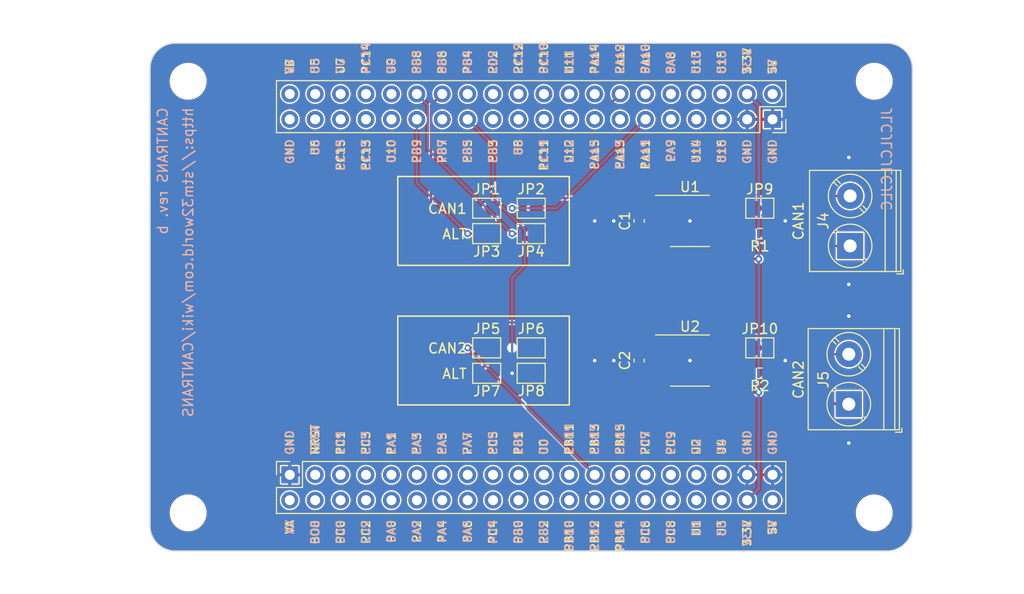
<source format=kicad_pcb>
(kicad_pcb (version 20221018) (generator pcbnew)
  (title_block (title "${TITLE}") (rev "${REVISION}") (company "${COMPANY}") (comment 1 "${URL}") (comment 2 "${AUTHOR}") (comment 3 "${AUTHOR_EMAIL}"))
  (layers (0 "F.Cu" signal) (31 "B.Cu" signal) (34 "B.Paste" user) (35 "F.Paste" user) (36 "B.SilkS" user "B.Silkscreen") (37 "F.SilkS" user "F.Silkscreen") (38 "B.Mask" user) (39 "F.Mask" user) (44 "Edge.Cuts" user))
  (property "AUTHOR" "Lars Boegild Thomsen")
  (property "AUTHOR_EMAIL" "lbthomsen@stm32world.com")
  (property "COMPANY" "STM32World")
  (property "REVISION" "b")
  (property "TITLE" "CANTRANS")
  (property "URL" "https://stm32world.com/wiki/CANTRANS")
  (net 0 "")
  (net 1 "GND")
  (net 25 "CAN2_TX")
  (net 26 "CAN2_RX")
  (net 37 "+3V3")
  (net 38 "CAN1_RX")
  (net 39 "CAN1_TX")
  (net 42 "CAN2_RX_A")
  (net 50 "CAN2_TX_A")
  (net 53 "CAN1_TX_A")
  (net 64 "CAN1_RX_A")
  (net 77 "/CAN1L")
  (net 79 "/CAN1H")
  (net 80 "/CAN2L")
  (net 81 "/CAN2H")
  (net 82 "/CAN1D")
  (net 83 "/CAN1R")
  (net 84 "/CAN2D")
  (net 85 "/CAN2R")
  (net 86 "Net-(JP9-A)")
  (net 87 "Net-(JP10-A)")
  (footprint "stm32world:STM32WORLD_BOARD" (layer "F.Cu") (at 149.86 99.06)
    (fp_text reference "J1" hide)
    (fp_text value "STM32WORLD_BOARD")
    (fp_text user "PC3" (at -16.51 15.875 90) (layer "B.SilkS") (effects (font (size 0.8 0.8)) (justify right mirror)))
    (fp_text user "U13" (at 16.51 -22.225 90) (layer "B.SilkS") (effects (font (size 0.8 0.8)) (justify right mirror)))
    (fp_text user "PB3" (at -3.81 -15.875 90) (layer "B.SilkS") (effects (font (size 0.8 0.8)) (justify left mirror)))
    (fp_text user "PC14" (at -16.51 -22.225 90) (layer "B.SilkS") (effects (font (size 0.8 0.8)) (justify right mirror)))
    (fp_text user "PC11" (at 1.27 -15.875 90) (layer "B.SilkS") (effects (font (size 0.8 0.8)) (justify left mirror)))
    (fp_text user "PB7" (at -8.89 -15.875 90) (layer "B.SilkS") (effects (font (size 0.8 0.8)) (justify left mirror)))
    (fp_text user "5V" (at 24.13 -22.225 90) (layer "B.SilkS") (effects (font (size 0.8 0.8)) (justify right mirror)))
    (fp_text user "U14" (at 16.51 -15.875 90) (layer "B.SilkS") (effects (font (size 0.8 0.8)) (justify left mirror)))
    (fp_text user "5V" (at 24.13 22.225 90) (layer "B.SilkS") (effects (font (size 0.8 0.8)) (justify left mirror)))
    (fp_text user "JLCJLCJLCJLC" (at 35.56 -19.05 90 unlocked) (layer "B.SilkS") (effects (justify left mirror)))
    (fp_text user "U16" (at 19.05 -15.875 90) (layer "B.SilkS") (effects (font (size 0.8 0.8)) (justify left mirror)))
    (fp_text user "PA12" (at 8.89 -22.225 90) (layer "B.SilkS") (effects (font (size 0.8 0.8)) (justify right mirror)))
    (fp_text user "PB12" (at 6.35 22.225 90) (layer "B.SilkS") (effects (font (size 0.8 0.8)) (justify left mirror)))
    (fp_text user "GND" (at 24.13 15.875 90) (layer "B.SilkS") (effects (font (size 0.8 0.8)) (justify right mirror)))
    (fp_text user "U6" (at -21.59 -15.875 90) (layer "B.SilkS") (effects (font (size 0.8 0.8)) (justify left mirror)))
    (fp_text user "PC5" (at -3.81 15.875 90) (layer "B.SilkS") (effects (font (size 0.8 0.8)) (justify right mirror)))
    (fp_text user "U2" (at 16.51 15.875 90) (layer "B.SilkS") (effects (font (size 0.8 0.8)) (justify right mirror)))
    (fp_text user "PA1" (at -13.97 15.875 90) (layer "B.SilkS") (effects (font (size 0.8 0.8)) (justify right mirror)))
    (fp_text user "U4" (at 19.05 15.875 90) (layer "B.SilkS") (effects (font (size 0.8 0.8)) (justify right mirror)))
    (fp_text user "U15" (at 19.05 -22.225 90) (layer "B.SilkS") (effects (font (size 0.8 0.8)) (justify right mirror)))
    (fp_text user "PA14" (at 6.35 -22.225 90) (layer "B.SilkS") (effects (font (size 0.8 0.8)) (justify right mirror)))
    (fp_text user "PB2" (at 1.27 22.225 90) (layer "B.SilkS") (effects (font (size 0.8 0.8)) (justify left mirror)))
    (fp_text user "GND" (at 21.59 15.875 90) (layer "B.SilkS") (effects (font (size 0.8 0.8)) (justify right mirror)))
    (fp_text user "PA2" (at -11.43 22.225 90) (layer "B.SilkS") (effects (font (size 0.8 0.8)) (justify left mirror)))
    (fp_text user "PC0" (at -19.05 22.225 90) (layer "B.SilkS") (effects (font (size 0.8 0.8)) (justify left mirror)))
    (fp_text user "${TITLE} rev. ${REVISION}" (at -36.83 -19.05 90 unlocked) (layer "B.SilkS") (effects (justify left mirror)))
    (fp_text user "PB8" (at -11.43 -22.225 90) (layer "B.SilkS") (effects (font (size 0.8 0.8)) (justify right mirror)))
    (fp_text user "PB10" (at 3.81 22.225 90) (layer "B.SilkS") (effects (font (size 0.8 0.8)) (justify left mirror)))
    (fp_text user "GND" (at -24.13 15.875 90) (layer "B.SilkS") (effects (font (size 0.8 0.8)) (justify right mirror)))
    (fp_text user "NRST" (at -21.59 15.875 90) (layer "B.SilkS") (effects (font (size 0.8 0.8)) (justify right mirror)))
    (fp_text user "PA3" (at -11.43 15.875 90) (layer "B.SilkS") (effects (font (size 0.8 0.8)) (justify right mirror)))
    (fp_text user "GND" (at 24.13 -15.875 90) (layer "B.SilkS") (effects (font (size 0.8 0.8)) (justify left mirror)))
    (fp_text user "PC12" (at -1.27 -22.225 90) (layer "B.SilkS") (effects (font (size 0.8 0.8)) (justify right mirror)))
    (fp_text user "PA11" (at 11.43 -15.875 90) (layer "B.SilkS") (effects (font (size 0.8 0.8)) (justify left mirror)))
    (fp_text user "3.3V" (at 21.59 22.225 90) (layer "B.SilkS") (effects (font (size 0.8 0.8)) (justify left mirror)))
    (fp_text user "PC7" (at 11.43 15.875 90) (layer "B.SilkS") (effects (font (size 0.8 0.8)) (justify right mirror)))
    (fp_text user "PA6" (at -6.35 22.225 90) (layer "B.SilkS") (effects (font (size 0.8 0.8)) (justify left mirror)))
    (fp_text user "U8" (at -1.27 -15.875 90) (layer "B.SilkS") (effects (font (size 0.8 0.8)) (justify left mirror)))
    (fp_text user "${URL}" (at -34.29 -19.05 90 unlocked) (layer "B.SilkS") (effects (justify left mirror)))
    (fp_text user "PA13" (at 8.89 -15.875 90) (layer "B.SilkS") (effects (font (size 0.8 0.8)) (justify left mirror)))
    (fp_text user "PA15" (at 6.35 -15.875 90) (layer "B.SilkS") (effects (font (size 0.8 0.8)) (justify left mirror)))
    (fp_text user "PC9" (at 13.97 15.875 90) (layer "B.SilkS") (effects (font (size 0.8 0.8)) (justify right mirror)))
    (fp_text user "PC13" (at -16.51 -15.875 90) (layer "B.SilkS") (effects (font (size 0.8 0.8)) (justify left mirror)))
    (fp_text user "PB1" (at -1.27 15.875 90) (layer "B.SilkS") (effects (font (size 0.8 0.8)) (justify right mirror)))
    (fp_text user "PC8" (at 13.97 22.225 90) (layer "B.SilkS") (effects (font (size 0.8 0.8)) (justify left mirror)))
    (fp_text user "VA" (at -24.13 22.225 90) (layer "B.SilkS") (effects (font (size 0.8 0.8)) (justify left mirror)))
    (fp_text user "U10" (at -13.97 -15.875 90) (layer "B.SilkS") (effects (font (size 0.8 0.8)) (justify left mirror)))
    (fp_text user "PB0" (at -1.27 22.225 90) (layer "B.SilkS") (effects (font (size 0.8 0.8)) (justify left mirror)))
    (fp_text user "U3" (at 19.05 22.225 90) (layer "B.SilkS") (effects (font (size 0.8 0.8)) (justify left mirror)))
    (fp_text user "PC2" (at -16.51 22.225 90) (layer "B.SilkS") (effects (font (size 0.8 0.8)) (justify left mirror)))
    (fp_text user "PC15" (at -19.05 -15.875 90) (layer "B.SilkS") (effects (font (size 0.8 0.8)) (justify left mirror)))
    (fp_text user "PA9" (at 13.97 -15.875 90) (layer "B.SilkS") (effects (font (size 0.8 0.8)) (justify left mirror)))
    (fp_text user "PA8" (at 13.97 -22.225 90) (layer "B.SilkS") (effects (font (size 0.8 0.8)) (justify right mirror)))
    (fp_text user "PA4" (at -8.89 22.225 90) (layer "B.SilkS") (effects (font (size 0.8 0.8)) (justify left mirror)))
    (fp_text user "PC6" (at 11.43 22.225 90) (layer "B.SilkS") (effects (font (size 0.8 0.8)) (justify left mirror)))
    (fp_text user "PA7" (at -6.35 15.875 90) (layer "B.SilkS") (effects (font (size 0.8 0.8)) (justify right mirror)))
    (fp_text user "U1" (at 16.51 22.225 90) (layer "B.SilkS") (effects (font (size 0.8 0.8)) (justify left mirror)))
    (fp_text user "GND" (at 21.59 -15.875 90) (layer "B.SilkS") (effects (font (size 0.8 0.8)) (justify left mirror)))
    (fp_text user "PB14" (at 8.89 22.225 90) (layer "B.SilkS") (effects (font (size 0.8 0.8)) (justify left mirror)))
    (fp_text user "VB" (at -24.13 -22.225 90) (layer "B.SilkS") (effects (font (size 0.8 0.8)) (justify right mirror)))
    (fp_text user "PB4" (at -6.35 -22.225 90) (layer "B.SilkS") (effects (font (size 0.8 0.8)) (justify right mirror)))
    (fp_text user "PC10" (at 1.27 -22.225 90) (layer "B.SilkS") (effects (font (size 0.8 0.8)) (justify right mirror)))
    (fp_text user "PB9" (at -11.43 -15.875 90) (layer "B.SilkS") (effects (font (size 0.8 0.8)) (justify left mirror)))
    (fp_text user "U7" (at -19.05 -22.225 90) (layer "B.SilkS") (effects (font (size 0.8 0.8)) (justify right mirror)))
    (fp_text user "GND" (at -24.13 -15.875 90) (layer "B.SilkS") (effects (font (size 0.8 0.8)) (justify left mirror)))
    (fp_text user "PA0" (at -13.97 22.225 90) (layer "B.SilkS") (effects (font (size 0.8 0.8)) (justify left mirror)))
    (fp_text user "PA10" (at 11.43 -22.225 90) (layer "B.SilkS") (effects (font (size 0.8 0.8)) (justify right mirror)))
    (fp_text user "PB15" (at 8.89 15.875 90) (layer "B.SilkS") (effects (font (size 0.8 0.8)) (justify right mirror)))
    (fp_text user "U12" (at 3.81 -15.875 90) (layer "B.SilkS") (effects (font (size 0.8 0.8)) (justify left mirror)))
    (fp_text user "PB5" (at -6.35 -15.875 90) (layer "B.SilkS") (effects (font (size 0.8 0.8)) (justify left mirror)))
    (fp_text user "3.3V" (at 21.59 -22.225 90) (layer "B.SilkS") (effects (font (size 0.8 0.8)) (justify right mirror)))
    (fp_text user "PA5" (at -8.89 15.875 90) (layer "B.SilkS") (effects (font (size 0.8 0.8)) (justify right mirror)))
    (fp_text user "PB13" (at 6.35 15.875 90) (layer "B.SilkS") (effects (font (size 0.8 0.8)) (justify right mirror)))
    (fp_text user "BO0" (at -21.59 22.225 90) (layer "B.SilkS") (effects (font (size 0.8 0.8)) (justify left mirror)))
    (fp_text user "U5" (at -21.59 -22.225 90) (layer "B.SilkS") (effects (font (size 0.8 0.8)) (justify right mirror)))
    (fp_text user "PC4" (at -3.81 22.225 90) (layer "B.SilkS") (effects (font (size 0.8 0.8)) (justify left mirror)))
    (fp_text user "PB6" (at -8.89 -22.225 90) (layer "B.SilkS") (effects (font (size 0.8 0.8)) (justify right mirror)))
    (fp_text user "U9" (at -13.97 -22.225 90) (layer "B.SilkS") (effects (font (size 0.8 0.8)) (justify right mirror)))
    (fp_text user "PB11" (at 3.81 15.875 90) (layer "B.SilkS") (effects (font (size 0.8 0.8)) (justify right mirror)))
    (fp_text user "U0" (at 1.27 15.875 90) (layer "B.SilkS") (effects (font (size 0.8 0.8)) (justify right mirror)))
    (fp_text user "U11" (at 3.81 -22.225 90) (layer "B.SilkS") (effects (font (size 0.8 0.8)) (justify right mirror)))
    (fp_text user "PC1" (at -19.05 15.875 90) (layer "B.SilkS") (effects (font (size 0.8 0.8)) (justify right mirror)))
    (fp_text user "PD2" (at -3.81 -22.225 90) (layer "B.SilkS") (effects (font (size 0.8 0.8)) (justify right mirror)))
    (fp_text user "PC9" (at 13.97 15.875 90) (layer "F.SilkS") (effects (font (size 0.8 0.8)) (justify left)))
    (fp_text user "PB10" (at 3.81 22.225 90) (layer "F.SilkS") (effects (font (size 0.8 0.8)) (justify right)))
    (fp_text user "PB15" (at 8.89 15.875 90) (layer "F.SilkS") (effects (font (size 0.8 0.8)) (justify left)))
    (fp_text user "PA11" (at 11.43 -15.875 90) (layer "F.SilkS") (effects (font (size 0.8 0.8)) (justify right)))
    (fp_text user "U7" (at -19.05 -22.225 90) (layer "F.SilkS") (effects (font (size 0.8 0.8)) (justify left)))
    (fp_text user "PC7" (at 11.43 15.875 90) (layer "F.SilkS") (effects (font (size 0.8 0.8)) (justify left)))
    (fp_text user "PA12" (at 8.89 -22.225 90) (layer "F.SilkS") (effects (font (size 0.8 0.8)) (justify left)))
    (fp_text user "PB13" (at 6.35 15.875 90) (layer "F.SilkS") (effects (font (size 0.8 0.8)) (justify left)))
    (fp_text user "PB5" (at -6.35 -15.875 90) (layer "F.SilkS") (effects (font (size 0.8 0.8)) (justify right)))
    (fp_text user "PB12" (at 6.35 22.225 90) (layer "F.SilkS") (effects (font (size 0.8 0.8)) (justify right)))
    (fp_text user "PC8" (at 13.97 22.225 90) (layer "F.SilkS") (effects (font (size 0.8 0.8)) (justify right)))
    (fp_text user "GND" (at 21.59 15.875 90) (layer "F.SilkS") (effects (font (size 0.8 0.8)) (justify left)))
    (fp_text user "5V" (at 24.13 -22.225 90) (layer "F.SilkS") (effects (font (size 0.8 0.8)) (justify left)))
    (fp_text user "GND" (at -24.13 15.875 90) (layer "F.SilkS") (effects (font (size 0.8 0.8)) (justify left)))
    (fp_text user "U1" (at 16.51 22.225 90) (layer "F.SilkS") (effects (font (size 0.8 0.8)) (justify right)))
    (fp_text user "U8" (at -1.27 -15.875 90) (layer "F.SilkS") (effects (font (size 0.8 0.8)) (justify right)))
    (fp_text user "PC1" (at -19.05 15.875 90) (layer "F.SilkS") (effects (font (size 0.8 0.8)) (justify left)))
    (fp_text user "PA8" (at 13.97 -22.225 90) (layer "F.SilkS") (effects (font (size 0.8 0.8)) (justify left)))
    (fp_text user "U12" (at 3.81 -15.875 90) (layer "F.SilkS") (effects (font (size 0.8 0.8)) (justify right)))
    (fp_text user "PB8" (at -11.43 -22.225 90) (layer "F.SilkS") (effects (font (size 0.8 0.8)) (justify left)))
    (fp_text user "PB9" (at -11.43 -15.875 90) (layer "F.SilkS") (effects (font (size 0.8 0.8)) (justify right)))
    (fp_text user "PB0" (at -1.27 22.225 90) (layer "F.SilkS") (effects (font (size 0.8 0.8)) (justify right)))
    (fp_text user "PC12" (at -1.27 -22.225 90) (layer "F.SilkS") (effects (font (size 0.8 0.8)) (justify left)))
    (fp_text user "GND" (at -24.13 -15.875 90) (layer "F.SilkS") (effects (font (size 0.8 0.8)) (justify right)))
    (fp_text user "PB3" (at -3.81 -15.875 90) (layer "F.SilkS") (effects (font (size 0.8 0.8)) (justify right)))
    (fp_text user "PA2" (at -11.43 22.225 90) (layer "F.SilkS") (effects (font (size 0.8 0.8)) (justify right)))
    (fp_text user "U5" (at -21.59 -22.225 90) (layer "F.SilkS") (effects (font (size 0.8 0.8)) (justify left)))
    (fp_text user "U2" (at 16.51 15.875 90) (layer "F.SilkS") (effects (font (size 0.8 0.8)) (justify left)))
    (fp_text user "PC15" (at -19.05 -15.875 90) (layer "F.SilkS") (effects (font (size 0.8 0.8)) (justify right)))
    (fp_text user "PA1" (at -13.97 15.875 90) (layer "F.SilkS") (effects (font (size 0.8 0.8)) (justify left)))
    (fp_text user "PA5" (at -8.89 15.875 90) (layer "F.SilkS") (effects (font (size 0.8 0.8)) (justify left)))
    (fp_text user "U9" (at -13.97 -22.225 90) (layer "F.SilkS") (effects (font (size 0.8 0.8)) (justify left)))
    (fp_text user "PD2" (at -3.81 -22.225 90) (layer "F.SilkS") (effects (font (size 0.8 0.8)) (justify left)))
    (fp_text user "PC11" (at 1.27 -15.875 90) (layer "F.SilkS") (effects (font (size 0.8 0.8)) (justify right)))
    (fp_text user "PB14" (at 8.89 22.225 90) (layer "F.SilkS") (effects (font (size 0.8 0.8)) (justify right)))
    (fp_text user "PB4" (at -6.35 -22.225 90) (layer "F.SilkS") (effects (font (size 0.8 0.8)) (justify left)))
    (fp_text user "U13" (at 16.51 -22.225 90) (layer "F.SilkS") (effects (font (size 0.8 0.8)) (justify left)))
    (fp_text user "GND" (at 24.13 15.875 90) (layer "F.SilkS") (effects (font (size 0.8 0.8)) (justify left)))
    (fp_text user "5V" (at 24.13 22.225 90) (layer "F.SilkS") (effects (font (size 0.8 0.8)) (justify right)))
    (fp_text user "PA7" (at -6.35 15.875 90) (layer "F.SilkS") (effects (font (size 0.8 0.8)) (justify left)))
    (fp_text user "PC2" (at -16.51 22.225 90) (layer "F.SilkS") (effects (font (size 0.8 0.8)) (justify right)))
    (fp_text user "PB1" (at -1.27 15.875 90) (layer "F.SilkS") (effects (font (size 0.8 0.8)) (justify left)))
    (fp_text user "U10" (at -13.97 -15.875 90) (layer "F.SilkS") (effects (font (size 0.8 0.8)) (justify right)))
    (fp_text user "PB2" (at 1.27 22.225 90) (layer "F.SilkS") (effects (font (size 0.8 0.8)) (justify right)))
    (fp_text user "PC0" (at -19.05 22.225 90) (layer "F.SilkS") (effects (font (size 0.8 0.8)) (justify right)))
    (fp_text user "PC10" (at 1.27 -22.225 90) (layer "F.SilkS") (effects (font (size 0.8 0.8)) (justify left)))
    (fp_text user "PB6" (at -8.89 -22.225 90) (layer "F.SilkS") (effects (font (size 0.8 0.8)) (justify left)))
    (fp_text user "PC6" (at 11.43 22.225 90) (layer "F.SilkS") (effects (font (size 0.8 0.8)) (justify right)))
    (fp_text user "PC14" (at -16.51 -22.225 90) (layer "F.SilkS") (effects (font (size 0.8 0.8)) (justify left)))
    (fp_text user "PA3" (at -11.43 15.875 90) (layer "F.SilkS") (effects (font (size 0.8 0.8)) (justify left)))
    (fp_text user "GND" (at 24.13 -15.875 90) (layer "F.SilkS") (effects (font (size 0.8 0.8)) (justify right)))
    (fp_text user "PA10" (at 11.43 -22.225 90) (layer "F.SilkS") (effects (font (size 0.8 0.8)) (justify left)))
    (fp_text user "U3" (at 19.05 22.225 90) (layer "F.SilkS") (effects (font (size 0.8 0.8)) (justify right)))
    (fp_text user "PA0" (at -13.97 22.225 90) (layer "F.SilkS") (effects (font (size 0.8 0.8)) (justify right)))
    (fp_text user "PB7" (at -8.89 -15.875 90) (layer "F.SilkS") (effects (font (size 0.8 0.8)) (justify right)))
    (fp_text user "PC4" (at -3.81 22.225 90) (layer "F.SilkS") (effects (font (size 0.8 0.8)) (justify right)))
    (fp_text user "PA15" (at 6.35 -15.875 90) (layer "F.SilkS") (effects (font (size 0.8 0.8)) (justify right)))
    (fp_text user "VA" (at -24.13 22.225 90) (layer "F.SilkS") (effects (font (size 0.8 0.8)) (justify right)))
    (fp_text user "U11" (at 3.81 -22.225 90) (layer "F.SilkS") (effects (font (size 0.8 0.8)) (justify left)))
    (fp_text user "U6" (at -21.59 -15.875 90) (layer "F.SilkS") (effects (font (size 0.8 0.8)) (justify right)))
    (fp_text user "PA4" (at -8.89 22.225 90) (layer "F.SilkS") (effects (font (size 0.8 0.8)) (justify right)))
    (fp_text user "U4" (at 19.05 15.875 90) (layer "F.SilkS") (effects (font (size 0.8 0.8)) (justify left)))
    (fp_text user "GND" (at 21.59 -15.875 90) (layer "F.SilkS") (effects (font (size 0.8 0.8)) (justify right)))
    (fp_text user "PC3" (at -16.51 15.875 90) (layer "F.SilkS") (effects (font (size 0.8 0.8)) (justify left)))
    (fp_text user "PA6" (at -6.35 22.225 90) (layer "F.SilkS") (effects (font (size 0.8 0.8)) (justify right)))
    (fp_text user "NRST" (at -21.59 15.875 90) (layer "F.SilkS") (effects (font (size 0.8 0.8)) (justify left)))
    (fp_text user "3.3V" (at 21.59 22.225 90) (layer "F.SilkS") (effects (font (size 0.8 0.8)) (justify right)))
    (fp_text user "PA14" (at 6.35 -22.225 90) (layer "F.SilkS") (effects (font (size 0.8 0.8)) (justify left)))
    (fp_text user "PA9" (at 13.97 -15.875 90) (layer "F.SilkS") (effects (font (size 0.8 0.8)) (justify right)))
    (fp_text user "U16" (at 19.05 -15.875 90) (layer "F.SilkS") (effects (font (size 0.8 0.8)) (justify right)))
    (fp_text user "PC5" (at -3.81 15.875 90) (layer "F.SilkS") (effects (font (size 0.8 0.8)) (justify left)))
    (fp_text user "VB" (at -24.13 -22.225 90) (layer "F.SilkS") (effects (font (size 0.8 0.8)) (justify left)))
    (fp_text user "U15" (at 19.05 -22.225 90) (layer "F.SilkS") (effects (font (size 0.8 0.8)) (justify left)))
    (fp_text user "3.3V" (at 21.59 -22.225 90) (layer "F.SilkS") (effects (font (size 0.8 0.8)) (justify left)))
    (fp_text user "PB11" (at 3.81 15.875 90) (layer "F.SilkS") (effects (font (size 0.8 0.8)) (justify left)))
    (fp_text user "U14" (at 16.51 -15.875 90) (layer "F.SilkS") (effects (font (size 0.8 0.8)) (justify right)))
    (fp_text user "PA13" (at 8.89 -15.875 90) (layer "F.SilkS") (effects (font (size 0.8 0.8)) (justify right)))
    (fp_text user "U0" (at 1.27 15.875 90) (layer "F.SilkS") (effects (font (size 0.8 0.8)) (justify left)))
    (fp_text user "BO0" (at -21.59 22.225 90) (layer "F.SilkS") (effects (font (size 0.8 0.8)) (justify right)))
    (fp_text user "PC13" (at -16.51 -15.875 90) (layer "F.SilkS") (effects (font (size 0.8 0.8)) (justify right)))
    (fp_line (start -38.1 22.86) (end -38.1 -22.86) (stroke (width 0.12)) (layer "Edge.Cuts"))
    (fp_line (start -35.56 -25.4) (end 35.56 -25.4) (stroke (width 0.12)) (layer "Edge.Cuts"))
    (fp_line (start 35.56 25.4) (end -35.56 25.4) (stroke (width 0.12)) (layer "Edge.Cuts"))
    (fp_line (start 38.1 -22.86) (end 38.1 22.86) (stroke (width 0.12)) (layer "Edge.Cuts"))
    (fp_arc (start -38.1 -22.86) (mid -37.356051 -24.656051) (end -35.56 -25.4) (stroke (width 0.12)) (layer "Edge.Cuts"))
    (fp_arc (start -35.56 25.4) (mid -37.356051 24.656051) (end -38.1 22.86) (stroke (width 0.12)) (layer "Edge.Cuts"))
    (fp_arc (start 35.56 -25.4) (mid 37.356051 -24.656051) (end 38.1 -22.86) (stroke (width 0.12)) (layer "Edge.Cuts"))
    (fp_arc (start 38.1 22.86) (mid 37.356051 24.656051) (end 35.56 25.4) (stroke (width 0.12)) (layer "Edge.Cuts"))
    (pad "" np_thru_hole circle (at -34.29 -21.59) (size 3.2 3.2) (drill 3.2) (layers "F&B.Cu" "*.Mask"))
    (pad "" np_thru_hole circle (at -34.29 21.59) (size 3.2 3.2) (drill 3.2) (layers "F&B.Cu" "*.Mask"))
    (pad "" np_thru_hole circle (at 34.29 -21.59) (size 3.2 3.2) (drill 3.2) (layers "F&B.Cu" "*.Mask"))
    (pad "" np_thru_hole circle (at 34.29 21.59) (size 3.2 3.2) (drill 3.2) (layers "F&B.Cu" "*.Mask"))
  )
  (footprint "Resistor_SMD:R_0603_1608Metric" (layer "F.Cu") (at 172.72 106.68)
    (fp_text reference "R2" (at 0 1.27) (layer "F.SilkS"))
    (fp_text value "120R")
    (pad "1" smd roundrect (at -0.825 0) (size 0.8 0.95) (layers "F.Cu" "F.Paste" "F.Mask") (net 87 "Net-(JP10-A)"))
    (pad "2" smd roundrect (at 0.825 0) (size 0.8 0.95) (layers "F.Cu" "F.Paste" "F.Mask") (net 80 "/CAN2L"))
  )
  (footprint "TerminalBlock_Phoenix:TerminalBlock_Phoenix_PT-1,5-2-5.0-H_1x02_P5.00mm_Horizontal" (layer "F.Cu") (at 181.61 109.775 90)
    (fp_text reference "J5" (at 2.46 -2.54 90) (layer "F.SilkS"))
    (fp_text value "~")
    (pad "1" thru_hole rect (at 0 0 90) (size 2.6 2.6) (drill 1.3) (layers "*.Cu" "*.Mask") (net 80 "/CAN2L"))
    (pad "2" thru_hole circle (at 5 0 90) (size 2.6 2.6) (drill 1.3) (layers "*.Cu" "*.Mask") (net 81 "/CAN2H"))
  )
  (footprint "Resistor_SMD:R_0603_1608Metric" (layer "F.Cu") (at 172.72 92.71)
    (fp_text reference "R1" (at 0 1.27) (layer "F.SilkS"))
    (fp_text value "120R")
    (pad "1" smd roundrect (at -0.825 0) (size 0.8 0.95) (layers "F.Cu" "F.Paste" "F.Mask") (net 86 "Net-(JP9-A)"))
    (pad "2" smd roundrect (at 0.825 0) (size 0.8 0.95) (layers "F.Cu" "F.Paste" "F.Mask") (net 77 "/CAN1L"))
  )
  (footprint "Capacitor_SMD:C_0603_1608Metric" (layer "F.Cu") (at 160.655 91.44 90)
    (fp_text reference "C1" (at 0 -1.43 90) (layer "F.SilkS"))
    (fp_text value "100nF")
    (pad "1" smd roundrect (at -0.775 0 90) (size 0.9 0.95) (layers "F.Cu" "F.Paste" "F.Mask") (net 37 "+3V3"))
    (pad "2" smd roundrect (at 0.775 0 90) (size 0.9 0.95) (layers "F.Cu" "F.Paste" "F.Mask") (net 1 "GND"))
  )
  (footprint "Jumper:SolderJumper-2_P1.3mm_Open_TrianglePad1.0x1.5mm" (layer "F.Cu") (at 145.415 106.68 180)
    (fp_text reference "JP7" (at 0 -1.8) (layer "F.SilkS"))
    (fp_text value "~")
    (pad "1" smd custom (at -0.725 0 180) (size 0.3 0.3) (layers "F.Cu" "F.Mask") (net 84 "/CAN2D") (options (clearance outline) (anchor rect)) (primitives (gr_poly (pts (xy 1 0) (xy 0.5 0.75) (xy -0.5 0.75) (xy -0.5 -0.75) (xy 0.5 -0.75)) (width 0) (fill yes))))
    (pad "2" smd custom (at 0.725 0 180) (size 0.3 0.3) (layers "F.Cu" "F.Mask") (net 50 "CAN2_TX_A") (options (clearance outline) (anchor rect)) (primitives (gr_poly (pts (xy 0.5 0.75) (xy -0.65 0.75) (xy -0.15 0) (xy -0.65 -0.75) (xy 0.5 -0.75)) (width 0) (fill yes))))
  )
  (footprint "stm32world:PinSocket_2x20_P2.54mm_Vertical_Stackable" (layer "F.Cu") (at 125.73 116.84 90)
    (fp_text reference "J2" hide)
    (fp_text value "STM32WORLD_CONNECTOR_1")
    (pad "1" thru_hole rect (at 0 0 90) (size 1.7 1.7) (drill 1) (layers "*.Cu" "*.Mask") (net 1 "GND"))
    (pad "2" thru_hole oval (at -2.54 0 90) (size 1.7 1.7) (drill 1) (layers "*.Cu" "*.Mask"))
    (pad "3" thru_hole oval (at 0 2.54 90) (size 1.7 1.7) (drill 1) (layers "*.Cu" "*.Mask"))
    (pad "4" thru_hole oval (at -2.54 2.54 90) (size 1.7 1.7) (drill 1) (layers "*.Cu" "*.Mask"))
    (pad "5" thru_hole oval (at 0 5.08 90) (size 1.7 1.7) (drill 1) (layers "*.Cu" "*.Mask"))
    (pad "6" thru_hole oval (at -2.54 5.08 90) (size 1.7 1.7) (drill 1) (layers "*.Cu" "*.Mask"))
    (pad "7" thru_hole oval (at 0 7.62 90) (size 1.7 1.7) (drill 1) (layers "*.Cu" "*.Mask"))
    (pad "8" thru_hole oval (at -2.54 7.62 90) (size 1.7 1.7) (drill 1) (layers "*.Cu" "*.Mask"))
    (pad "9" thru_hole oval (at 0 10.16 90) (size 1.7 1.7) (drill 1) (layers "*.Cu" "*.Mask"))
    (pad "10" thru_hole oval (at -2.54 10.16 90) (size 1.7 1.7) (drill 1) (layers "*.Cu" "*.Mask"))
    (pad "11" thru_hole oval (at 0 12.7 90) (size 1.7 1.7) (drill 1) (layers "*.Cu" "*.Mask"))
    (pad "12" thru_hole oval (at -2.54 12.7 90) (size 1.7 1.7) (drill 1) (layers "*.Cu" "*.Mask"))
    (pad "13" thru_hole oval (at 0 15.24 90) (size 1.7 1.7) (drill 1) (layers "*.Cu" "*.Mask"))
    (pad "14" thru_hole oval (at -2.54 15.24 90) (size 1.7 1.7) (drill 1) (layers "*.Cu" "*.Mask"))
    (pad "15" thru_hole oval (at 0 17.78 90) (size 1.7 1.7) (drill 1) (layers "*.Cu" "*.Mask"))
    (pad "16" thru_hole oval (at -2.54 17.78 90) (size 1.7 1.7) (drill 1) (layers "*.Cu" "*.Mask"))
    (pad "17" thru_hole oval (at 0 20.32 90) (size 1.7 1.7) (drill 1) (layers "*.Cu" "*.Mask"))
    (pad "18" thru_hole oval (at -2.54 20.32 90) (size 1.7 1.7) (drill 1) (layers "*.Cu" "*.Mask"))
    (pad "19" thru_hole oval (at 0 22.86 90) (size 1.7 1.7) (drill 1) (layers "*.Cu" "*.Mask"))
    (pad "20" thru_hole oval (at -2.54 22.86 90) (size 1.7 1.7) (drill 1) (layers "*.Cu" "*.Mask"))
    (pad "21" thru_hole oval (at 0 25.4 90) (size 1.7 1.7) (drill 1) (layers "*.Cu" "*.Mask"))
    (pad "22" thru_hole oval (at -2.54 25.4 90) (size 1.7 1.7) (drill 1) (layers "*.Cu" "*.Mask"))
    (pad "23" thru_hole oval (at 0 27.94 90) (size 1.7 1.7) (drill 1) (layers "*.Cu" "*.Mask"))
    (pad "24" thru_hole oval (at -2.54 27.94 90) (size 1.7 1.7) (drill 1) (layers "*.Cu" "*.Mask"))
    (pad "25" thru_hole oval (at 0 30.48 90) (size 1.7 1.7) (drill 1) (layers "*.Cu" "*.Mask") (net 25 "CAN2_TX"))
    (pad "26" thru_hole oval (at -2.54 30.48 90) (size 1.7 1.7) (drill 1) (layers "*.Cu" "*.Mask") (net 26 "CAN2_RX"))
    (pad "27" thru_hole oval (at 0 33.02 90) (size 1.7 1.7) (drill 1) (layers "*.Cu" "*.Mask"))
    (pad "28" thru_hole oval (at -2.54 33.02 90) (size 1.7 1.7) (drill 1) (layers "*.Cu" "*.Mask"))
    (pad "29" thru_hole oval (at 0 35.56 90) (size 1.7 1.7) (drill 1) (layers "*.Cu" "*.Mask"))
    (pad "30" thru_hole oval (at -2.54 35.56 90) (size 1.7 1.7) (drill 1) (layers "*.Cu" "*.Mask"))
    (pad "31" thru_hole oval (at 0 38.1 90) (size 1.7 1.7) (drill 1) (layers "*.Cu" "*.Mask"))
    (pad "32" thru_hole oval (at -2.54 38.1 90) (size 1.7 1.7) (drill 1) (layers "*.Cu" "*.Mask"))
    (pad "33" thru_hole oval (at 0 40.64 90) (size 1.7 1.7) (drill 1) (layers "*.Cu" "*.Mask"))
    (pad "34" thru_hole oval (at -2.54 40.64 90) (size 1.7 1.7) (drill 1) (layers "*.Cu" "*.Mask"))
    (pad "35" thru_hole oval (at 0 43.18 90) (size 1.7 1.7) (drill 1) (layers "*.Cu" "*.Mask"))
    (pad "36" thru_hole oval (at -2.54 43.18 90) (size 1.7 1.7) (drill 1) (layers "*.Cu" "*.Mask"))
    (pad "37" thru_hole oval (at 0 45.72 90) (size 1.7 1.7) (drill 1) (layers "*.Cu" "*.Mask") (net 1 "GND"))
    (pad "38" thru_hole oval (at -2.54 45.72 90) (size 1.7 1.7) (drill 1) (layers "*.Cu" "*.Mask") (net 37 "+3V3"))
    (pad "39" thru_hole oval (at 0 48.26 90) (size 1.7 1.7) (drill 1) (layers "*.Cu" "*.Mask") (net 1 "GND"))
    (pad "40" thru_hole oval (at -2.54 48.26 90) (size 1.7 1.7) (drill 1) (layers "*.Cu" "*.Mask"))
  )
  (footprint "Package_SO:SOIC-8_3.9x4.9mm_P1.27mm" (layer "F.Cu") (at 165.735 105.41)
    (fp_text reference "U2" (at 0 -3.4) (layer "F.SilkS"))
    (fp_text value "SN65HVD230DR")
    (pad "1" smd roundrect (at -2.475 -1.905) (size 1.95 0.6) (layers "F.Cu" "F.Paste" "F.Mask") (net 84 "/CAN2D"))
    (pad "2" smd roundrect (at -2.475 -0.635) (size 1.95 0.6) (layers "F.Cu" "F.Paste" "F.Mask") (net 1 "GND"))
    (pad "3" smd roundrect (at -2.475 0.635) (size 1.95 0.6) (layers "F.Cu" "F.Paste" "F.Mask") (net 37 "+3V3"))
    (pad "4" smd roundrect (at -2.475 1.905) (size 1.95 0.6) (layers "F.Cu" "F.Paste" "F.Mask") (net 85 "/CAN2R"))
    (pad "5" smd roundrect (at 2.475 1.905) (size 1.95 0.6) (layers "F.Cu" "F.Paste" "F.Mask"))
    (pad "6" smd roundrect (at 2.475 0.635) (size 1.95 0.6) (layers "F.Cu" "F.Paste" "F.Mask") (net 80 "/CAN2L"))
    (pad "7" smd roundrect (at 2.475 -0.635) (size 1.95 0.6) (layers "F.Cu" "F.Paste" "F.Mask") (net 81 "/CAN2H"))
    (pad "8" smd roundrect (at 2.475 -1.905) (size 1.95 0.6) (layers "F.Cu" "F.Paste" "F.Mask") (net 1 "GND"))
  )
  (footprint "Package_SO:SOIC-8_3.9x4.9mm_P1.27mm" (layer "F.Cu") (at 165.735 91.44)
    (fp_text reference "U1" (at 0 -3.4) (layer "F.SilkS"))
    (fp_text value "SN65HVD230DR")
    (pad "1" smd roundrect (at -2.475 -1.905) (size 1.95 0.6) (layers "F.Cu" "F.Paste" "F.Mask") (net 82 "/CAN1D"))
    (pad "2" smd roundrect (at -2.475 -0.635) (size 1.95 0.6) (layers "F.Cu" "F.Paste" "F.Mask") (net 1 "GND"))
    (pad "3" smd roundrect (at -2.475 0.635) (size 1.95 0.6) (layers "F.Cu" "F.Paste" "F.Mask") (net 37 "+3V3"))
    (pad "4" smd roundrect (at -2.475 1.905) (size 1.95 0.6) (layers "F.Cu" "F.Paste" "F.Mask") (net 83 "/CAN1R"))
    (pad "5" smd roundrect (at 2.475 1.905) (size 1.95 0.6) (layers "F.Cu" "F.Paste" "F.Mask"))
    (pad "6" smd roundrect (at 2.475 0.635) (size 1.95 0.6) (layers "F.Cu" "F.Paste" "F.Mask") (net 77 "/CAN1L"))
    (pad "7" smd roundrect (at 2.475 -0.635) (size 1.95 0.6) (layers "F.Cu" "F.Paste" "F.Mask") (net 79 "/CAN1H"))
    (pad "8" smd roundrect (at 2.475 -1.905) (size 1.95 0.6) (layers "F.Cu" "F.Paste" "F.Mask") (net 1 "GND"))
  )
  (footprint "Jumper:SolderJumper-2_P1.3mm_Open_TrianglePad1.0x1.5mm" (layer "F.Cu") (at 149.86 106.68 180)
    (fp_text reference "JP8" (at 0 -1.778) (layer "F.SilkS"))
    (fp_text value "~")
    (pad "1" smd custom (at -0.725 0 180) (size 0.3 0.3) (layers "F.Cu" "F.Mask") (net 85 "/CAN2R") (options (clearance outline) (anchor rect)) (primitives (gr_poly (pts (xy 1 0) (xy 0.5 0.75) (xy -0.5 0.75) (xy -0.5 -0.75) (xy 0.5 -0.75)) (width 0) (fill yes))))
    (pad "2" smd custom (at 0.725 0 180) (size 0.3 0.3) (layers "F.Cu" "F.Mask") (net 42 "CAN2_RX_A") (options (clearance outline) (anchor rect)) (primitives (gr_poly (pts (xy 0.5 0.75) (xy -0.65 0.75) (xy -0.15 0) (xy -0.65 -0.75) (xy 0.5 -0.75)) (width 0) (fill yes))))
  )
  (footprint "Jumper:SolderJumper-2_P1.3mm_Open_TrianglePad1.0x1.5mm" (layer "F.Cu") (at 172.72 104.14)
    (fp_text reference "JP10" (at 0 -1.905) (layer "F.SilkS"))
    (fp_text value "~")
    (pad "1" smd custom (at -0.725 0) (size 0.3 0.3) (layers "F.Cu" "F.Mask") (net 87 "Net-(JP10-A)") (options (clearance outline) (anchor rect)) (primitives (gr_poly (pts (xy 1 0) (xy 0.5 0.75) (xy -0.5 0.75) (xy -0.5 -0.75) (xy 0.5 -0.75)) (width 0) (fill yes))))
    (pad "2" smd custom (at 0.725 0) (size 0.3 0.3) (layers "F.Cu" "F.Mask") (net 81 "/CAN2H") (options (clearance outline) (anchor rect)) (primitives (gr_poly (pts (xy 0.5 0.75) (xy -0.65 0.75) (xy -0.15 0) (xy -0.65 -0.75) (xy 0.5 -0.75)) (width 0) (fill yes))))
  )
  (footprint "Jumper:SolderJumper-2_P1.3mm_Open_TrianglePad1.0x1.5mm" (layer "F.Cu") (at 149.86 92.71 180)
    (fp_text reference "JP4" (at 0 -1.8) (layer "F.SilkS"))
    (fp_text value "~")
    (pad "1" smd custom (at -0.725 0 180) (size 0.3 0.3) (layers "F.Cu" "F.Mask") (net 83 "/CAN1R") (options (clearance outline) (anchor rect)) (primitives (gr_poly (pts (xy 1 0) (xy 0.5 0.75) (xy -0.5 0.75) (xy -0.5 -0.75) (xy 0.5 -0.75)) (width 0) (fill yes))))
    (pad "2" smd custom (at 0.725 0 180) (size 0.3 0.3) (layers "F.Cu" "F.Mask") (net 64 "CAN1_RX_A") (options (clearance outline) (anchor rect)) (primitives (gr_poly (pts (xy 0.5 0.75) (xy -0.65 0.75) (xy -0.15 0) (xy -0.65 -0.75) (xy 0.5 -0.75)) (width 0) (fill yes))))
  )
  (footprint "Jumper:SolderJumper-2_P1.3mm_Open_TrianglePad1.0x1.5mm" (layer "F.Cu") (at 145.415 92.71 180)
    (fp_text reference "JP3" (at 0 -1.8) (layer "F.SilkS"))
    (fp_text value "~")
    (pad "1" smd custom (at -0.725 0 180) (size 0.3 0.3) (layers "F.Cu" "F.Mask") (net 82 "/CAN1D") (options (clearance outline) (anchor rect)) (primitives (gr_poly (pts (xy 1 0) (xy 0.5 0.75) (xy -0.5 0.75) (xy -0.5 -0.75) (xy 0.5 -0.75)) (width 0) (fill yes))))
    (pad "2" smd custom (at 0.725 0 180) (size 0.3 0.3) (layers "F.Cu" "F.Mask") (net 53 "CAN1_TX_A") (options (clearance outline) (anchor rect)) (primitives (gr_poly (pts (xy 0.5 0.75) (xy -0.65 0.75) (xy -0.15 0) (xy -0.65 -0.75) (xy 0.5 -0.75)) (width 0) (fill yes))))
  )
  (footprint "stm32world:PinSocket_2x20_P2.54mm_Vertical_Stackable" (layer "F.Cu") (at 173.99 81.28 -90)
    (fp_text reference "J3" hide)
    (fp_text value "STM32WORLD_CONNECTOR_2")
    (pad "1" thru_hole rect (at 0 0 270) (size 1.7 1.7) (drill 1) (layers "*.Cu" "*.Mask") (net 1 "GND"))
    (pad "2" thru_hole oval (at -2.54 0 270) (size 1.7 1.7) (drill 1) (layers "*.Cu" "*.Mask"))
    (pad "3" thru_hole oval (at 0 2.54 270) (size 1.7 1.7) (drill 1) (layers "*.Cu" "*.Mask") (net 1 "GND"))
    (pad "4" thru_hole oval (at -2.54 2.54 270) (size 1.7 1.7) (drill 1) (layers "*.Cu" "*.Mask") (net 37 "+3V3"))
    (pad "5" thru_hole oval (at 0 5.08 270) (size 1.7 1.7) (drill 1) (layers "*.Cu" "*.Mask"))
    (pad "6" thru_hole oval (at -2.54 5.08 270) (size 1.7 1.7) (drill 1) (layers "*.Cu" "*.Mask"))
    (pad "7" thru_hole oval (at 0 7.62 270) (size 1.7 1.7) (drill 1) (layers "*.Cu" "*.Mask"))
    (pad "8" thru_hole oval (at -2.54 7.62 270) (size 1.7 1.7) (drill 1) (layers "*.Cu" "*.Mask"))
    (pad "9" thru_hole oval (at 0 10.16 270) (size 1.7 1.7) (drill 1) (layers "*.Cu" "*.Mask"))
    (pad "10" thru_hole oval (at -2.54 10.16 270) (size 1.7 1.7) (drill 1) (layers "*.Cu" "*.Mask"))
    (pad "11" thru_hole oval (at 0 12.7 270) (size 1.7 1.7) (drill 1) (layers "*.Cu" "*.Mask") (net 38 "CAN1_RX"))
    (pad "12" thru_hole oval (at -2.54 12.7 270) (size 1.7 1.7) (drill 1) (layers "*.Cu" "*.Mask"))
    (pad "13" thru_hole oval (at 0 15.24 270) (size 1.7 1.7) (drill 1) (layers "*.Cu" "*.Mask"))
    (pad "14" thru_hole oval (at -2.54 15.24 270) (size 1.7 1.7) (drill 1) (layers "*.Cu" "*.Mask") (net 39 "CAN1_TX"))
    (pad "15" thru_hole oval (at 0 17.78 270) (size 1.7 1.7) (drill 1) (layers "*.Cu" "*.Mask"))
    (pad "16" thru_hole oval (at -2.54 17.78 270) (size 1.7 1.7) (drill 1) (layers "*.Cu" "*.Mask"))
    (pad "17" thru_hole oval (at 0 20.32 270) (size 1.7 1.7) (drill 1) (layers "*.Cu" "*.Mask"))
    (pad "18" thru_hole oval (at -2.54 20.32 270) (size 1.7 1.7) (drill 1) (layers "*.Cu" "*.Mask"))
    (pad "19" thru_hole oval (at 0 22.86 270) (size 1.7 1.7) (drill 1) (layers "*.Cu" "*.Mask"))
    (pad "20" thru_hole oval (at -2.54 22.86 270) (size 1.7 1.7) (drill 1) (layers "*.Cu" "*.Mask"))
    (pad "21" thru_hole oval (at 0 25.4 270) (size 1.7 1.7) (drill 1) (layers "*.Cu" "*.Mask"))
    (pad "22" thru_hole oval (at -2.54 25.4 270) (size 1.7 1.7) (drill 1) (layers "*.Cu" "*.Mask"))
    (pad "23" thru_hole oval (at 0 27.94 270) (size 1.7 1.7) (drill 1) (layers "*.Cu" "*.Mask"))
    (pad "24" thru_hole oval (at -2.54 27.94 270) (size 1.7 1.7) (drill 1) (layers "*.Cu" "*.Mask"))
    (pad "25" thru_hole oval (at 0 30.48 270) (size 1.7 1.7) (drill 1) (layers "*.Cu" "*.Mask") (net 42 "CAN2_RX_A"))
    (pad "26" thru_hole oval (at -2.54 30.48 270) (size 1.7 1.7) (drill 1) (layers "*.Cu" "*.Mask"))
    (pad "27" thru_hole oval (at 0 33.02 270) (size 1.7 1.7) (drill 1) (layers "*.Cu" "*.Mask"))
    (pad "28" thru_hole oval (at -2.54 33.02 270) (size 1.7 1.7) (drill 1) (layers "*.Cu" "*.Mask") (net 50 "CAN2_TX_A"))
    (pad "29" thru_hole oval (at 0 35.56 270) (size 1.7 1.7) (drill 1) (layers "*.Cu" "*.Mask") (net 53 "CAN1_TX_A"))
    (pad "30" thru_hole oval (at -2.54 35.56 270) (size 1.7 1.7) (drill 1) (layers "*.Cu" "*.Mask") (net 64 "CAN1_RX_A"))
    (pad "31" thru_hole oval (at 0 38.1 270) (size 1.7 1.7) (drill 1) (layers "*.Cu" "*.Mask"))
    (pad "32" thru_hole oval (at -2.54 38.1 270) (size 1.7 1.7) (drill 1) (layers "*.Cu" "*.Mask"))
    (pad "33" thru_hole oval (at 0 40.64 270) (size 1.7 1.7) (drill 1) (layers "*.Cu" "*.Mask"))
    (pad "34" thru_hole oval (at -2.54 40.64 270) (size 1.7 1.7) (drill 1) (layers "*.Cu" "*.Mask"))
    (pad "35" thru_hole oval (at 0 43.18 270) (size 1.7 1.7) (drill 1) (layers "*.Cu" "*.Mask"))
    (pad "36" thru_hole oval (at -2.54 43.18 270) (size 1.7 1.7) (drill 1) (layers "*.Cu" "*.Mask"))
    (pad "37" thru_hole oval (at 0 45.72 270) (size 1.7 1.7) (drill 1) (layers "*.Cu" "*.Mask"))
    (pad "38" thru_hole oval (at -2.54 45.72 270) (size 1.7 1.7) (drill 1) (layers "*.Cu" "*.Mask"))
    (pad "39" thru_hole oval (at 0 48.26 270) (size 1.7 1.7) (drill 1) (layers "*.Cu" "*.Mask"))
    (pad "40" thru_hole oval (at -2.54 48.26 270) (size 1.7 1.7) (drill 1) (layers "*.Cu" "*.Mask"))
  )
  (footprint "TerminalBlock_Phoenix:TerminalBlock_Phoenix_PT-1,5-2-5.0-H_1x02_P5.00mm_Horizontal" (layer "F.Cu") (at 181.745 93.94 90)
    (fp_text reference "J4" (at 2.5 -2.675 90) (layer "F.SilkS"))
    (fp_text value "~")
    (pad "1" thru_hole rect (at 0 0 90) (size 2.6 2.6) (drill 1.3) (layers "*.Cu" "*.Mask") (net 77 "/CAN1L"))
    (pad "2" thru_hole circle (at 5 0 90) (size 2.6 2.6) (drill 1.3) (layers "*.Cu" "*.Mask") (net 79 "/CAN1H"))
  )
  (footprint "Jumper:SolderJumper-2_P1.3mm_Open_TrianglePad1.0x1.5mm" (layer "F.Cu") (at 172.72 90.17)
    (fp_text reference "JP9" (at 0 -1.905) (layer "F.SilkS"))
    (fp_text value "~")
    (pad "1" smd custom (at -0.725 0) (size 0.3 0.3) (layers "F.Cu" "F.Mask") (net 86 "Net-(JP9-A)") (options (clearance outline) (anchor rect)) (primitives (gr_poly (pts (xy 1 0) (xy 0.5 0.75) (xy -0.5 0.75) (xy -0.5 -0.75) (xy 0.5 -0.75)) (width 0) (fill yes))))
    (pad "2" smd custom (at 0.725 0) (size 0.3 0.3) (layers "F.Cu" "F.Mask") (net 79 "/CAN1H") (options (clearance outline) (anchor rect)) (primitives (gr_poly (pts (xy 0.5 0.75) (xy -0.65 0.75) (xy -0.15 0) (xy -0.65 -0.75) (xy 0.5 -0.75)) (width 0) (fill yes))))
  )
  (footprint "Capacitor_SMD:C_0603_1608Metric" (layer "F.Cu") (at 160.655 105.41 90)
    (fp_text reference "C2" (at 0 -1.43 90) (layer "F.SilkS"))
    (fp_text value "100nF")
    (pad "1" smd roundrect (at -0.775 0 90) (size 0.9 0.95) (layers "F.Cu" "F.Paste" "F.Mask") (net 37 "+3V3"))
    (pad "2" smd roundrect (at 0.775 0 90) (size 0.9 0.95) (layers "F.Cu" "F.Paste" "F.Mask") (net 1 "GND"))
  )
  (footprint "Jumper:SolderJumper-2_P1.3mm_Open_TrianglePad1.0x1.5mm" (layer "F.Cu") (at 149.86 104.14 180)
    (fp_text reference "JP6" (at 0 1.905) (layer "F.SilkS"))
    (fp_text value "~")
    (pad "1" smd custom (at -0.725 0 180) (size 0.3 0.3) (layers "F.Cu" "F.Mask") (net 85 "/CAN2R") (options (clearance outline) (anchor rect)) (primitives (gr_poly (pts (xy 1 0) (xy 0.5 0.75) (xy -0.5 0.75) (xy -0.5 -0.75) (xy 0.5 -0.75)) (width 0) (fill yes))))
    (pad "2" smd custom (at 0.725 0 180) (size 0.3 0.3) (layers "F.Cu" "F.Mask") (net 26 "CAN2_RX") (options (clearance outline) (anchor rect)) (primitives (gr_poly (pts (xy 0.5 0.75) (xy -0.65 0.75) (xy -0.15 0) (xy -0.65 -0.75) (xy 0.5 -0.75)) (width 0) (fill yes))))
  )
  (footprint "Jumper:SolderJumper-2_P1.3mm_Open_TrianglePad1.0x1.5mm" (layer "F.Cu") (at 149.86 90.17 180)
    (fp_text reference "JP2" (at 0 1.905) (layer "F.SilkS"))
    (fp_text value "~")
    (pad "1" smd custom (at -0.725 0 180) (size 0.3 0.3) (layers "F.Cu" "F.Mask") (net 83 "/CAN1R") (options (clearance outline) (anchor rect)) (primitives (gr_poly (pts (xy 1 0) (xy 0.5 0.75) (xy -0.5 0.75) (xy -0.5 -0.75) (xy 0.5 -0.75)) (width 0) (fill yes))))
    (pad "2" smd custom (at 0.725 0 180) (size 0.3 0.3) (layers "F.Cu" "F.Mask") (net 38 "CAN1_RX") (options (clearance outline) (anchor rect)) (primitives (gr_poly (pts (xy 0.5 0.75) (xy -0.65 0.75) (xy -0.15 0) (xy -0.65 -0.75) (xy 0.5 -0.75)) (width 0) (fill yes))))
  )
  (footprint "Jumper:SolderJumper-2_P1.3mm_Open_TrianglePad1.0x1.5mm" (layer "F.Cu") (at 145.415 104.14 180)
    (fp_text reference "JP5" (at 0 1.905) (layer "F.SilkS"))
    (fp_text value "~")
    (pad "1" smd custom (at -0.725 0 180) (size 0.3 0.3) (layers "F.Cu" "F.Mask") (net 84 "/CAN2D") (options (clearance outline) (anchor rect)) (primitives (gr_poly (pts (xy 1 0) (xy 0.5 0.75) (xy -0.5 0.75) (xy -0.5 -0.75) (xy 0.5 -0.75)) (width 0) (fill yes))))
    (pad "2" smd custom (at 0.725 0 180) (size 0.3 0.3) (layers "F.Cu" "F.Mask") (net 25 "CAN2_TX") (options (clearance outline) (anchor rect)) (primitives (gr_poly (pts (xy 0.5 0.75) (xy -0.65 0.75) (xy -0.15 0) (xy -0.65 -0.75) (xy 0.5 -0.75)) (width 0) (fill yes))))
  )
  (footprint "Jumper:SolderJumper-2_P1.3mm_Open_TrianglePad1.0x1.5mm" (layer "F.Cu") (at 145.415 90.17 180)
    (fp_text reference "JP1" (at 0 1.905) (layer "F.SilkS"))
    (fp_text value "~")
    (pad "1" smd custom (at -0.725 0 180) (size 0.3 0.3) (layers "F.Cu" "F.Mask") (net 82 "/CAN1D") (options (clearance outline) (anchor rect)) (primitives (gr_poly (pts (xy 1 0) (xy 0.5 0.75) (xy -0.5 0.75) (xy -0.5 -0.75) (xy 0.5 -0.75)) (width 0) (fill yes))))
    (pad "2" smd custom (at 0.725 0 180) (size 0.3 0.3) (layers "F.Cu" "F.Mask") (net 39 "CAN1_TX") (options (clearance outline) (anchor rect)) (primitives (gr_poly (pts (xy 0.5 0.75) (xy -0.65 0.75) (xy -0.15 0) (xy -0.65 -0.75) (xy 0.5 -0.75)) (width 0) (fill yes))))
  )
  (gr_rect (start 136.525 100.965) (end 153.67 109.855) (stroke (width 0.15)) (fill none) (layer "F.SilkS"))
  (gr_rect (start 136.525 86.995) (end 153.67 95.885) (stroke (width 0.15)) (fill none) (layer "F.SilkS"))
  (gr_text "CAN1" (at 177.165 91.44 90) (layer "F.SilkS") (effects (font (size 1 1)) (justify bottom)))
  (gr_text "CAN2" (at 177.165 107.315 90) (layer "F.SilkS") (effects (font (size 1 1)) (justify bottom)))
  (gr_text "ALT" (at 143.51 107.315) (layer "F.SilkS") (effects (font (size 1 1)) (justify right bottom)))
  (gr_text "CAN2" (at 143.51 104.775) (layer "F.SilkS") (effects (font (size 1 1)) (justify right bottom)))
  (gr_text "CAN1" (at 143.51 90.805) (layer "F.SilkS") (effects (font (size 1 1)) (justify right bottom)))
  (gr_text "ALT" (at 143.51 93.345) (layer "F.SilkS") (effects (font (size 1 1)) (justify right bottom)))
  (via (at 156.21 91.44) (size 0.7) (drill 0.35) (layers "F.Cu" "B.Cu") (net 1))
  (via (at 175.26 105.41) (size 0.7) (drill 0.35) (layers "F.Cu" "B.Cu") (net 1))
  (via (at 181.61 100.965) (size 0.7) (drill 0.35) (layers "F.Cu" "B.Cu") (net 1))
  (via (at 158.115 91.44) (size 0.7) (drill 0.35) (layers "F.Cu" "B.Cu") (net 1))
  (via (at 156.21 105.41) (size 0.7) (drill 0.35) (layers "F.Cu" "B.Cu") (net 1))
  (via (at 158.115 105.41) (size 0.7) (drill 0.35) (layers "F.Cu" "B.Cu") (net 1))
  (via (at 165.735 105.41) (size 0.7) (drill 0.35) (layers "F.Cu" "B.Cu") (net 1))
  (via (at 181.61 85.09) (size 0.7) (drill 0.35) (layers "F.Cu" "B.Cu") (net 1))
  (via (at 165.735 91.44) (size 0.7) (drill 0.35) (layers "F.Cu" "B.Cu") (net 1))
  (via (at 181.61 113.665) (size 0.7) (drill 0.35) (layers "F.Cu" "B.Cu") (net 1))
  (via (at 175.26 91.44) (size 0.7) (drill 0.35) (layers "F.Cu" "B.Cu") (net 1))
  (via (at 181.61 97.79) (size 0.7) (drill 0.35) (layers "F.Cu" "B.Cu") (net 1))
  (segment (start 144.69 104.14) (end 143.51 104.14) (width 0.2286) (layer "F.Cu") (net 25))
  (via (at 143.51 104.14) (size 0.7) (drill 0.35) (layers "F.Cu" "B.Cu") (net 25))
  (segment (start 143.51 104.14) (end 156.21 116.84) (width 0.2286) (layer "B.Cu") (net 25))
  (segment (start 156.21 119.38) (end 155.0933 118.2633) (width 0.2286) (layer "F.Cu") (net 26))
  (segment (start 147.3383 105.9367) (end 149.135 104.14) (width 0.2286) (layer "F.Cu") (net 26))
  (segment (start 155.0933 118.2633) (end 155.0933 116.377447) (width 0.2286) (layer "F.Cu") (net 26))
  (segment (start 155.0933 116.377447) (end 147.3383 108.622447) (width 0.2286) (layer "F.Cu") (net 26))
  (segment (start 147.3383 108.622447) (end 147.3383 105.9367) (width 0.2286) (layer "F.Cu") (net 26))
  (segment (start 163.26 92.075) (end 164.234999 92.075) (width 0.2286) (layer "F.Cu") (net 37))
  (segment (start 167.005 108.585) (end 172.6048 108.585) (width 0.3048) (layer "F.Cu") (net 37))
  (segment (start 163.26 106.045) (end 164.465 106.045) (width 0.3048) (layer "F.Cu") (net 37))
  (segment (start 164.465 106.045) (end 167.005 108.585) (width 0.3048) (layer "F.Cu") (net 37))
  (segment (start 160.795 106.045) (end 160.655 106.185) (width 0.2286) (layer "F.Cu") (net 37))
  (segment (start 167.64 95.25) (end 172.6048 95.25) (width 0.3048) (layer "F.Cu") (net 37))
  (segment (start 163.26 106.045) (end 160.795 106.045) (width 0.2286) (layer "F.Cu") (net 37))
  (segment (start 163.26 92.075) (end 160.795 92.075) (width 0.2286) (layer "F.Cu") (net 37))
  (segment (start 160.795 92.075) (end 160.655 92.215) (width 0.2286) (layer "F.Cu") (net 37))
  (segment (start 163.26 92.075) (end 164.465 92.075) (width 0.3048) (layer "F.Cu") (net 37))
  (segment (start 164.465 92.075) (end 167.64 95.25) (width 0.3048) (layer "F.Cu") (net 37))
  (via (at 172.6048 108.585) (size 0.7) (drill 0.35) (layers "F.Cu" "B.Cu") (net 37))
  (via (at 172.6048 95.25) (size 0.7) (drill 0.35) (layers "F.Cu" "B.Cu") (net 37))
  (segment (start 172.6048 95.25) (end 172.6048 108.585) (width 0.3048) (layer "B.Cu") (net 37))
  (segment (start 171.45 78.74) (end 172.6048 79.8948) (width 0.3048) (layer "B.Cu") (net 37))
  (segment (start 172.6048 108.585) (end 172.6048 118.2252) (width 0.3048) (layer "B.Cu") (net 37))
  (segment (start 172.6048 79.8948) (end 172.6048 95.25) (width 0.3048) (layer "B.Cu") (net 37))
  (segment (start 172.6048 118.2252) (end 171.45 119.38) (width 0.3048) (layer "B.Cu") (net 37))
  (segment (start 149.135 90.17) (end 147.955 90.17) (width 0.2286) (layer "F.Cu") (net 38))
  (via locked (at 147.955 90.17) (size 0.7) (drill 0.35) (layers "F.Cu" "B.Cu") (net 38))
  (segment (start 147.955 90.17) (end 152.4 90.17) (width 0.2286) (layer "B.Cu") (net 38))
  (segment (start 152.4 90.17) (end 161.29 81.28) (width 0.2286) (layer "B.Cu") (net 38))
  (segment (start 157.48 81.589253) (end 157.48 80.01) (width 0.2286) (layer "F.Cu") (net 39))
  (segment (start 144.69 90.17) (end 144.69 89.42) (width 0.2286) (layer "F.Cu") (net 39))
  (segment (start 144.69 89.42) (end 150.925 83.185) (width 0.2286) (layer "F.Cu") (net 39))
  (segment (start 155.884253 83.185) (end 157.48 81.589253) (width 0.2286) (layer "F.Cu") (net 39))
  (segment (start 150.925 83.185) (end 155.884253 83.185) (width 0.2286) (layer "F.Cu") (net 39))
  (segment (start 157.48 80.01) (end 158.75 78.74) (width 0.2286) (layer "F.Cu") (net 39))
  (segment (start 149.135 106.68) (end 147.955 106.68) (width 0.2286) (layer "F.Cu") (net 42))
  (via (at 147.955 106.68) (size 0.7) (drill 0.35) (layers "F.Cu" "B.Cu") (net 42))
  (segment (start 147.955 97.155) (end 147.955 106.68) (width 0.2286) (layer "B.Cu") (net 42))
  (segment (start 143.51 81.28) (end 146.05 83.82) (width 0.2286) (layer "B.Cu") (net 42))
  (segment (start 149.225 92.312146) (end 149.225 95.885) (width 0.2286) (layer "B.Cu") (net 42))
  (segment (start 146.05 83.82) (end 146.05 89.137146) (width 0.2286) (layer "B.Cu") (net 42))
  (segment (start 149.225 95.885) (end 147.955 97.155) (width 0.2286) (layer "B.Cu") (net 42))
  (segment (start 146.05 89.137146) (end 149.225 92.312146) (width 0.2286) (layer "B.Cu") (net 42))
  (segment (start 139.8533 79.8567) (end 140.97 78.74) (width 0.2286) (layer "F.Cu") (net 50))
  (segment (start 144.69 106.68) (end 139.8533 101.8433) (width 0.2286) (layer "F.Cu") (net 50))
  (segment (start 139.8533 101.8433) (end 139.8533 79.8567) (width 0.2286) (layer "F.Cu") (net 50))
  (segment (start 144.69 92.71) (end 143.51 92.71) (width 0.2286) (layer "F.Cu") (net 53))
  (via locked (at 143.51 92.71) (size 0.7) (drill 0.35) (layers "F.Cu" "B.Cu") (net 53))
  (segment (start 138.43 87.63) (end 138.43 81.28) (width 0.2286) (layer "B.Cu") (net 53))
  (segment (start 143.51 92.71) (end 138.43 87.63) (width 0.2286) (layer "B.Cu") (net 53))
  (segment (start 149.135 92.71) (end 147.955 92.71) (width 0.2286) (layer "F.Cu") (net 64))
  (via locked (at 147.955 92.71) (size 0.7) (drill 0.35) (layers "F.Cu" "B.Cu") (net 64))
  (segment (start 139.5467 79.8567) (end 138.43 78.74) (width 0.2286) (layer "B.Cu") (net 64))
  (segment (start 139.5467 84.3017) (end 139.5467 79.8567) (width 0.2286) (layer "B.Cu") (net 64))
  (segment (start 147.955 92.71) (end 139.5467 84.3017) (width 0.2286) (layer "B.Cu") (net 64))
  (segment (start 172.8033 93.4517) (end 171.496144 93.4517) (width 0.2286) (layer "F.Cu") (net 77))
  (segment (start 173.545 92.71) (end 177.165 92.71) (width 0.2286) (layer "F.Cu") (net 77))
  (segment (start 177.165 92.71) (end 178.395 93.94) (width 0.2286) (layer "F.Cu") (net 77))
  (segment (start 173.545 92.71) (end 172.8033 93.4517) (width 0.2286) (layer "F.Cu") (net 77))
  (segment (start 178.395 93.94) (end 181.745 93.94) (width 0.2286) (layer "F.Cu") (net 77))
  (segment (start 170.119444 92.075) (end 168.21 92.075) (width 0.2286) (layer "F.Cu") (net 77))
  (segment (start 171.496144 93.4517) (end 170.119444 92.075) (width 0.2286) (layer "F.Cu") (net 77))
  (segment (start 179.07 90.17) (end 180.3 88.94) (width 0.2286) (layer "F.Cu") (net 79))
  (segment (start 173.6 90.325) (end 173.445 90.17) (width 0.2286) (layer "F.Cu") (net 79))
  (segment (start 173.1783 89.1533) (end 170.5617 89.1533) (width 0.2286) (layer "F.Cu") (net 79))
  (segment (start 173.445 90.17) (end 173.445 89.42) (width 0.2286) (layer "F.Cu") (net 79))
  (segment (start 173.445 89.42) (end 173.1783 89.1533) (width 0.2286) (layer "F.Cu") (net 79))
  (segment (start 180.3 88.94) (end 181.745 88.94) (width 0.2286) (layer "F.Cu") (net 79))
  (segment (start 170.5617 89.1533) (end 168.91 90.805) (width 0.2286) (layer "F.Cu") (net 79))
  (segment (start 168.91 90.805) (end 168.21 90.805) (width 0.2286) (layer "F.Cu") (net 79))
  (segment (start 173.445 90.17) (end 179.07 90.17) (width 0.2286) (layer "F.Cu") (net 79))
  (segment (start 172.8033 107.4217) (end 170.9217 107.4217) (width 0.2286) (layer "F.Cu") (net 80))
  (segment (start 173.545 106.68) (end 177.165 106.68) (width 0.2286) (layer "F.Cu") (net 80))
  (segment (start 177.165 106.68) (end 180.26 109.775) (width 0.2286) (layer "F.Cu") (net 80))
  (segment (start 169.545 106.045) (end 168.21 106.045) (width 0.2286) (layer "F.Cu") (net 80))
  (segment (start 180.26 109.775) (end 181.61 109.775) (width 0.2286) (layer "F.Cu") (net 80))
  (segment (start 170.9217 107.4217) (end 169.545 106.045) (width 0.2286) (layer "F.Cu") (net 80))
  (segment (start 173.545 106.68) (end 172.8033 107.4217) (width 0.2286) (layer "F.Cu") (net 80))
  (segment (start 173.445 104.14) (end 173.445 103.39) (width 0.2286) (layer "F.Cu") (net 81))
  (segment (start 168.508458 104.775) (end 168.21 104.775) (width 0.2286) (layer "F.Cu") (net 81))
  (segment (start 172.9933 102.9383) (end 170.345158 102.9383) (width 0.2286) (layer "F.Cu") (net 81))
  (segment (start 178.435 104.775) (end 181.61 104.775) (width 0.2286) (layer "F.Cu") (net 81))
  (segment (start 177.8 104.14) (end 178.435 104.775) (width 0.2286) (layer "F.Cu") (net 81))
  (segment (start 170.345158 102.9383) (end 168.508458 104.775) (width 0.2286) (layer "F.Cu") (net 81))
  (segment (start 173.445 104.14) (end 177.8 104.14) (width 0.2286) (layer "F.Cu") (net 81))
  (segment (start 173.445 103.39) (end 172.9933 102.9383) (width 0.2286) (layer "F.Cu") (net 81))
  (segment (start 156.5917 89.535) (end 156.21 89.1533) (width 0.2286) (layer "F.Cu") (net 82))
  (segment (start 146.14 90.17) (end 146.14 92.71) (width 0.2286) (layer "F.Cu") (net 82))
  (segment (start 163.26 89.535) (end 156.5917 89.535) (width 0.2286) (layer "F.Cu") (net 82))
  (segment (start 156.21 89.1533) (end 147.1567 89.1533) (width 0.2286) (layer "F.Cu") (net 82))
  (segment (start 147.1567 89.1533) (end 146.14 90.17) (width 0.2286) (layer "F.Cu") (net 82))
  (segment (start 150.585 92.71) (end 150.585 90.17) (width 0.2286) (layer "F.Cu") (net 83))
  (segment (start 163.26 93.345) (end 151.22 93.345) (width 0.2286) (layer "F.Cu") (net 83))
  (segment (start 151.22 93.345) (end 150.585 92.71) (width 0.2286) (layer "F.Cu") (net 83))
  (segment (start 146.14 102.78) (end 147.32 101.6) (width 0.2286) (layer "F.Cu") (net 84))
  (segment (start 163.26 103.505) (end 158.115 103.505) (width 0.2286) (layer "F.Cu") (net 84))
  (segment (start 158.115 103.505) (end 156.21 101.6) (width 0.2286) (layer "F.Cu") (net 84))
  (segment (start 146.14 104.14) (end 146.14 106.68) (width 0.2286) (layer "F.Cu") (net 84))
  (segment (start 146.14 104.14) (end 146.14 102.78) (width 0.2286) (layer "F.Cu") (net 84))
  (segment (start 147.32 101.6) (end 156.21 101.6) (width 0.2286) (layer "F.Cu") (net 84))
  (segment (start 150.585 106.68) (end 154.305 106.68) (width 0.2286) (layer "F.Cu") (net 85))
  (segment (start 150.585 104.14) (end 150.585 106.68) (width 0.2286) (layer "F.Cu") (net 85))
  (segment (start 154.94 107.315) (end 163.26 107.315) (width 0.2286) (layer "F.Cu") (net 85))
  (segment (start 154.305 106.68) (end 154.94 107.315) (width 0.2286) (layer "F.Cu") (net 85))
  (segment (start 171.995 90.17) (end 171.995 92.61) (width 0.2286) (layer "F.Cu") (net 86))
  (segment (start 171.995 92.61) (end 171.895 92.71) (width 0.2286) (layer "F.Cu") (net 86))
  (segment (start 171.995 106.58) (end 171.895 106.68) (width 0.2286) (layer "F.Cu") (net 87))
  (segment (start 171.995 104.14) (end 171.995 106.58) (width 0.2286) (layer "F.Cu") (net 87))
  (zone (net 1) (net_name "GND") (layers "F&B.Cu") (connect_pads (clearance 0.1524)) (min_thickness 0.1524) (fill yes (thermal_gap 0.1524) (thermal_bridge_width 0.3048))
    (polygon (pts (xy 111.125 73.025) (xy 188.595 73.025) (xy 188.595 125.095) (xy 111.125 125.095)))
  )
)
</source>
